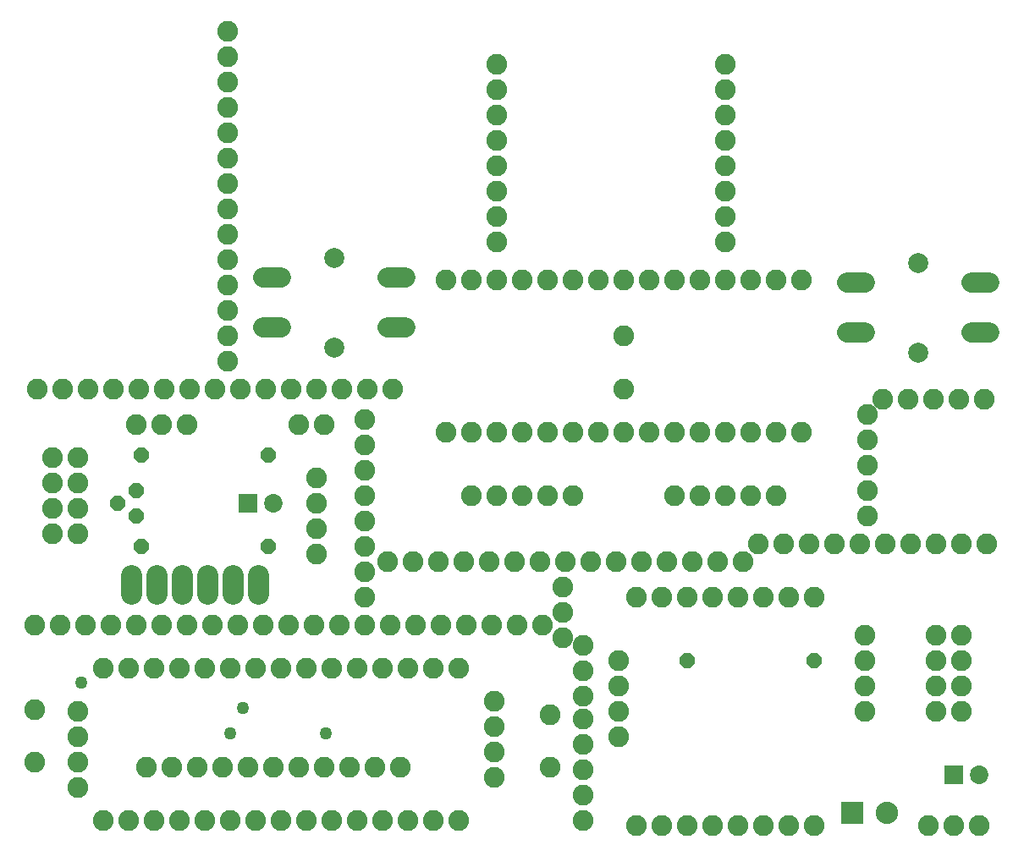
<source format=gbr>
G04 EAGLE Gerber RS-274X export*
G75*
%MOMM*%
%FSLAX34Y34*%
%LPD*%
%INSoldermask Top*%
%IPPOS*%
%AMOC8*
5,1,8,0,0,1.08239X$1,22.5*%
G01*
%ADD10C,2.082800*%
%ADD11P,1.649562X8X202.500000*%
%ADD12C,1.993900*%
%ADD13C,2.006600*%
%ADD14P,1.649562X8X112.500000*%
%ADD15R,1.854200X1.854200*%
%ADD16C,1.854200*%
%ADD17R,2.235200X2.235200*%
%ADD18C,2.235200*%
%ADD19C,2.082800*%
%ADD20C,1.270000*%


D10*
X444500Y182880D03*
X419100Y182880D03*
X393700Y182880D03*
X368300Y182880D03*
X342900Y182880D03*
X317500Y182880D03*
X292100Y182880D03*
X266700Y182880D03*
X241300Y182880D03*
X215900Y182880D03*
X190500Y182880D03*
X165100Y182880D03*
X139700Y182880D03*
X114300Y182880D03*
X88900Y182880D03*
X88900Y30480D03*
X114300Y30480D03*
X139700Y30480D03*
X165100Y30480D03*
X190500Y30480D03*
X215900Y30480D03*
X241300Y30480D03*
X266700Y30480D03*
X292100Y30480D03*
X317500Y30480D03*
X342900Y30480D03*
X368300Y30480D03*
X393700Y30480D03*
X419100Y30480D03*
X444500Y30480D03*
X63500Y63500D03*
X63500Y88900D03*
X63500Y114300D03*
X63500Y139700D03*
X480060Y149860D03*
X480060Y124460D03*
X480060Y99060D03*
X480060Y73660D03*
X535940Y136398D03*
X535940Y83820D03*
X20320Y141478D03*
X20320Y88900D03*
X622300Y25400D03*
X647700Y25400D03*
X673100Y25400D03*
X698500Y25400D03*
X723900Y25400D03*
X749300Y25400D03*
X774700Y25400D03*
X800100Y25400D03*
X800100Y254000D03*
X774700Y254000D03*
X749300Y254000D03*
X723900Y254000D03*
X698500Y254000D03*
X673100Y254000D03*
X647700Y254000D03*
X622300Y254000D03*
X604520Y114300D03*
X604520Y139700D03*
X604520Y165100D03*
X604520Y190500D03*
X850900Y139700D03*
X850900Y165100D03*
X850900Y190500D03*
X850900Y215900D03*
D11*
X800100Y190500D03*
X673100Y190500D03*
D10*
X431800Y419100D03*
X457200Y419100D03*
X482600Y419100D03*
X508000Y419100D03*
X533400Y419100D03*
X558800Y419100D03*
X584200Y419100D03*
X609600Y419100D03*
X635000Y419100D03*
X660400Y419100D03*
X685800Y419100D03*
X711200Y419100D03*
X736600Y419100D03*
X762000Y419100D03*
X787400Y419100D03*
X787400Y571500D03*
X762000Y571500D03*
X736600Y571500D03*
X711200Y571500D03*
X685800Y571500D03*
X660400Y571500D03*
X635000Y571500D03*
X609600Y571500D03*
X584200Y571500D03*
X558800Y571500D03*
X533400Y571500D03*
X508000Y571500D03*
X482600Y571500D03*
X457200Y571500D03*
X431800Y571500D03*
X457200Y355600D03*
X482600Y355600D03*
X508000Y355600D03*
X533400Y355600D03*
X558800Y355600D03*
X660400Y355600D03*
X685800Y355600D03*
X711200Y355600D03*
X736600Y355600D03*
X762000Y355600D03*
D12*
X391478Y573532D02*
X373571Y573532D01*
X266510Y573532D02*
X248603Y573532D01*
X373571Y523748D02*
X391478Y523748D01*
X266510Y523748D02*
X248603Y523748D01*
D13*
X320040Y593598D03*
X320040Y503682D03*
D12*
X832803Y518668D02*
X850710Y518668D01*
X957771Y518668D02*
X975678Y518668D01*
X850710Y568452D02*
X832803Y568452D01*
X957771Y568452D02*
X975678Y568452D01*
D13*
X904240Y498602D03*
X904240Y588518D03*
D10*
X63500Y317500D03*
X63500Y342900D03*
X63500Y368300D03*
X63500Y393700D03*
X38100Y393700D03*
X38100Y368300D03*
X38100Y342900D03*
X38100Y317500D03*
X172720Y426720D03*
X147320Y426720D03*
X121920Y426720D03*
X302260Y373380D03*
X302260Y347980D03*
X302260Y322580D03*
X302260Y297180D03*
X284480Y426720D03*
X309880Y426720D03*
D14*
X121920Y360680D03*
X102870Y347980D03*
X121920Y335280D03*
D11*
X254000Y304800D03*
X127000Y304800D03*
X254000Y396240D03*
X127000Y396240D03*
D15*
X233880Y347980D03*
D16*
X258880Y347980D03*
D10*
X386080Y83820D03*
X360680Y83820D03*
X335280Y83820D03*
X309880Y83820D03*
X284480Y83820D03*
X259080Y83820D03*
X233680Y83820D03*
X208280Y83820D03*
X182880Y83820D03*
X157480Y83820D03*
X132080Y83820D03*
X947420Y139700D03*
X947420Y165100D03*
X947420Y190500D03*
X947420Y215900D03*
X922020Y215900D03*
X922020Y190500D03*
X922020Y165100D03*
X922020Y139700D03*
X965200Y25400D03*
X939800Y25400D03*
X914400Y25400D03*
D15*
X940000Y76200D03*
D16*
X965000Y76200D03*
D17*
X838200Y38100D03*
D18*
X873200Y38100D03*
D10*
X373380Y289560D03*
X398780Y289560D03*
X424180Y289560D03*
X449580Y289560D03*
X474980Y289560D03*
X500380Y289560D03*
X525780Y289560D03*
X551180Y289560D03*
X576580Y289560D03*
X601980Y289560D03*
X627380Y289560D03*
X652780Y289560D03*
X678180Y289560D03*
X703580Y289560D03*
X728980Y289560D03*
X96520Y226060D03*
X121920Y226060D03*
X147320Y226060D03*
X172720Y226060D03*
X198120Y226060D03*
X223520Y226060D03*
X248920Y226060D03*
X274320Y226060D03*
X299720Y226060D03*
X325120Y226060D03*
X350520Y226060D03*
X375920Y226060D03*
X401320Y226060D03*
X426720Y226060D03*
X452120Y226060D03*
X350520Y254000D03*
X350520Y279400D03*
X350520Y304800D03*
X20320Y226060D03*
X45720Y226060D03*
X71120Y226060D03*
X350520Y381000D03*
X350520Y355600D03*
X350520Y330200D03*
X528320Y226060D03*
X502920Y226060D03*
X477520Y226060D03*
X548640Y213360D03*
X548640Y238760D03*
X548640Y264160D03*
X568960Y154940D03*
X568960Y180340D03*
X568960Y205740D03*
X568960Y81280D03*
X568960Y106680D03*
X568960Y132080D03*
X568960Y30480D03*
X568960Y55880D03*
X350520Y406400D03*
X350520Y431800D03*
X22860Y462280D03*
X48260Y462280D03*
X73660Y462280D03*
X99060Y462280D03*
X124460Y462280D03*
X149860Y462280D03*
X175260Y462280D03*
X200660Y462280D03*
X226060Y462280D03*
X251460Y462280D03*
X276860Y462280D03*
X302260Y462280D03*
X327660Y462280D03*
X353060Y462280D03*
X378460Y462280D03*
D19*
X116840Y276098D02*
X116840Y257302D01*
X142240Y257302D02*
X142240Y276098D01*
X167640Y276098D02*
X167640Y257302D01*
X193040Y257302D02*
X193040Y276098D01*
X218440Y276098D02*
X218440Y257302D01*
X243840Y257302D02*
X243840Y276098D01*
D10*
X609600Y515620D03*
X609600Y462280D03*
X711200Y609600D03*
X711200Y635000D03*
X711200Y660400D03*
X711200Y685800D03*
X711200Y711200D03*
X711200Y736600D03*
X711200Y762000D03*
X711200Y787400D03*
X482600Y609600D03*
X482600Y635000D03*
X482600Y660400D03*
X482600Y685800D03*
X482600Y711200D03*
X482600Y736600D03*
X482600Y762000D03*
X482600Y787400D03*
X853440Y335280D03*
X853440Y360680D03*
X853440Y386080D03*
X853440Y411480D03*
X853440Y436880D03*
X868680Y452120D03*
X894080Y452120D03*
X919480Y452120D03*
X944880Y452120D03*
X970280Y452120D03*
X213360Y490220D03*
X213360Y515620D03*
X213360Y541020D03*
X213360Y566420D03*
X213360Y591820D03*
X213360Y617220D03*
X213360Y642620D03*
X213360Y668020D03*
X213360Y693420D03*
X213360Y718820D03*
X213360Y744220D03*
X213360Y769620D03*
X213360Y795020D03*
X213360Y820420D03*
X744220Y307340D03*
X769620Y307340D03*
X795020Y307340D03*
X820420Y307340D03*
X845820Y307340D03*
X871220Y307340D03*
X896620Y307340D03*
X922020Y307340D03*
X947420Y307340D03*
X972820Y307340D03*
D20*
X311150Y117475D03*
X66675Y168275D03*
X228600Y142875D03*
X215900Y117475D03*
M02*

</source>
